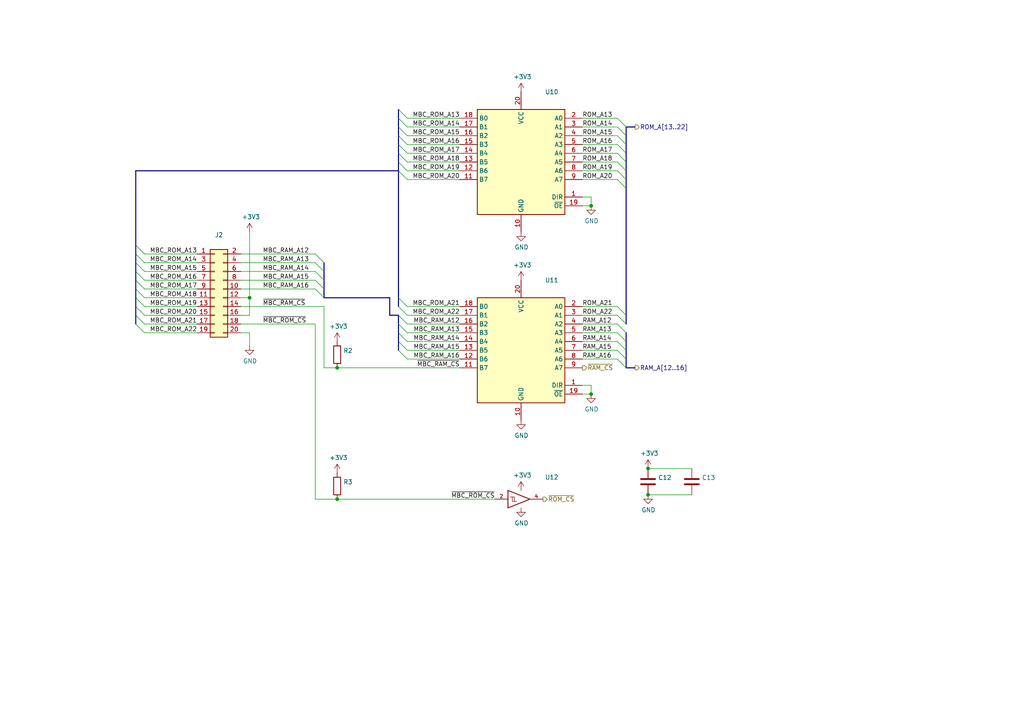
<source format=kicad_sch>
(kicad_sch (version 20211123) (generator eeschema)
  (paper "A4")
  (title_block (title "GB-MBCTEST") (rev "v1.1") (company "https://gekkio.fi"))
  (lib_symbols
    (symbol "74xGxx:74LVC1G17" (pin_names (offset 1.016))
      (property "Reference" "U" (at -2.54 3.81 0))
      (property "Value" "74LVC1G17" (at 0 -3.81 0))
      (symbol "74LVC1G17_0_1"
        (polyline (pts (xy -2.54 0.635) (xy -1.905 0.635) (xy -1.905 -0.635)))
        (polyline (pts (xy -3.81 2.54) (xy -3.81 -2.54) (xy 2.54 0) (xy -3.81 2.54)) (stroke (width 0.254)))
        (polyline (pts (xy -3.175 0.635) (xy -2.54 0.635) (xy -2.54 -0.635) (xy -1.27 -0.635)))
      )
      (symbol "74LVC1G17_1_1"
        (pin input line (at -7.62 0 0) (length 3.81) (name "~") (number "2"))
        (pin power_in line (at 0 -2.54 270) (length 0) hide (name "GND") (number "3"))
        (pin output line (at 6.35 0 180) (length 3.81) (name "~") (number "4"))
        (pin power_in line (at 0 2.54 90) (length 0) hide (name "VCC") (number "5"))
      )
    )
    (symbol "Connector_Generic:Conn_02x10_Odd_Even" (pin_names (offset 1.016) hide)
      (property "Reference" "J" (at 1.27 12.7 0))
      (property "Value" "Conn_02x10_Odd_Even" (at 1.27 -15.24 0))
      (symbol "Conn_02x10_Odd_Even_1_1"
        (rectangle (start -1.27 -12.573) (end 0 -12.827) (stroke (width 0.1524)))
        (rectangle (start -1.27 -10.033) (end 0 -10.287) (stroke (width 0.1524)))
        (rectangle (start -1.27 -7.493) (end 0 -7.747) (stroke (width 0.1524)))
        (rectangle (start -1.27 -4.953) (end 0 -5.207) (stroke (width 0.1524)))
        (rectangle (start -1.27 -2.413) (end 0 -2.667) (stroke (width 0.1524)))
        (rectangle (start -1.27 0.127) (end 0 -0.127) (stroke (width 0.1524)))
        (rectangle (start -1.27 2.667) (end 0 2.413) (stroke (width 0.1524)))
        (rectangle (start -1.27 5.207) (end 0 4.953) (stroke (width 0.1524)))
        (rectangle (start -1.27 7.747) (end 0 7.493) (stroke (width 0.1524)))
        (rectangle (start -1.27 10.287) (end 0 10.033) (stroke (width 0.1524)))
        (rectangle (start -1.27 11.43) (end 3.81 -13.97) (stroke (width 0.254)) (fill (type background)))
        (rectangle (start 3.81 -12.573) (end 2.54 -12.827) (stroke (width 0.1524)))
        (rectangle (start 3.81 -10.033) (end 2.54 -10.287) (stroke (width 0.1524)))
        (rectangle (start 3.81 -7.493) (end 2.54 -7.747) (stroke (width 0.1524)))
        (rectangle (start 3.81 -4.953) (end 2.54 -5.207) (stroke (width 0.1524)))
        (rectangle (start 3.81 -2.413) (end 2.54 -2.667) (stroke (width 0.1524)))
        (rectangle (start 3.81 0.127) (end 2.54 -0.127) (stroke (width 0.1524)))
        (rectangle (start 3.81 2.667) (end 2.54 2.413) (stroke (width 0.1524)))
        (rectangle (start 3.81 5.207) (end 2.54 4.953) (stroke (width 0.1524)))
        (rectangle (start 3.81 7.747) (end 2.54 7.493) (stroke (width 0.1524)))
        (rectangle (start 3.81 10.287) (end 2.54 10.033) (stroke (width 0.1524)))
        (pin passive line (at -5.08 10.16 0) (length 3.81) (name "Pin_1") (number "1"))
        (pin passive line (at 7.62 0 180) (length 3.81) (name "Pin_10") (number "10"))
        (pin passive line (at -5.08 -2.54 0) (length 3.81) (name "Pin_11") (number "11"))
        (pin passive line (at 7.62 -2.54 180) (length 3.81) (name "Pin_12") (number "12"))
        (pin passive line (at -5.08 -5.08 0) (length 3.81) (name "Pin_13") (number "13"))
        (pin passive line (at 7.62 -5.08 180) (length 3.81) (name "Pin_14") (number "14"))
        (pin passive line (at -5.08 -7.62 0) (length 3.81) (name "Pin_15") (number "15"))
        (pin passive line (at 7.62 -7.62 180) (length 3.81) (name "Pin_16") (number "16"))
        (pin passive line (at -5.08 -10.16 0) (length 3.81) (name "Pin_17") (number "17"))
        (pin passive line (at 7.62 -10.16 180) (length 3.81) (name "Pin_18") (number "18"))
        (pin passive line (at -5.08 -12.7 0) (length 3.81) (name "Pin_19") (number "19"))
        (pin passive line (at 7.62 10.16 180) (length 3.81) (name "Pin_2") (number "2"))
        (pin passive line (at 7.62 -12.7 180) (length 3.81) (name "Pin_20") (number "20"))
        (pin passive line (at -5.08 7.62 0) (length 3.81) (name "Pin_3") (number "3"))
        (pin passive line (at 7.62 7.62 180) (length 3.81) (name "Pin_4") (number "4"))
        (pin passive line (at -5.08 5.08 0) (length 3.81) (name "Pin_5") (number "5"))
        (pin passive line (at 7.62 5.08 180) (length 3.81) (name "Pin_6") (number "6"))
        (pin passive line (at -5.08 2.54 0) (length 3.81) (name "Pin_7") (number "7"))
        (pin passive line (at 7.62 2.54 180) (length 3.81) (name "Pin_8") (number "8"))
        (pin passive line (at -5.08 0 0) (length 3.81) (name "Pin_9") (number "9"))
      )
    )
    (symbol "Device:C" (pin_numbers hide) (pin_names (offset 0.254))
      (property "Reference" "C" (at 0.635 2.54 0))
      (property "Value" "C" (at 0.635 -2.54 0))
      (symbol "C_0_1"
        (polyline (pts (xy -2.032 -0.762) (xy 2.032 -0.762)) (stroke (width 0.508)))
        (polyline (pts (xy -2.032 0.762) (xy 2.032 0.762)) (stroke (width 0.508)))
      )
      (symbol "C_1_1"
        (pin passive line (at 0 3.81 270) (length 2.794) (name "~") (number "1"))
        (pin passive line (at 0 -3.81 90) (length 2.794) (name "~") (number "2"))
      )
    )
    (symbol "Device:R" (pin_numbers hide) (pin_names (offset 0))
      (property "Reference" "R" (at 2.032 0 90))
      (property "Value" "R" (at 0 0 90))
      (symbol "R_0_1"
        (rectangle (start -1.016 -2.54) (end 1.016 2.54) (stroke (width 0.254)))
      )
      (symbol "R_1_1"
        (pin passive line (at 0 3.81 270) (length 1.27) (name "~") (number "1"))
        (pin passive line (at 0 -3.81 90) (length 1.27) (name "~") (number "2"))
      )
    )
    (symbol "Gekkio_74xx:74LVCH245APW"
      (property "Reference" "U" (at -12.7 16.51 0))
      (property "Value" "74LVCH245APW" (at 0 0 0))
      (symbol "74LVCH245APW_0_1"
        (rectangle (start -12.7 15.24) (end 12.7 -15.24) (stroke (width 0.254)) (fill (type background)))
      )
      (symbol "74LVCH245APW_1_1"
        (pin input line (at -17.78 -10.16 0) (length 5.08) (name "DIR") (number "1"))
        (pin power_in line (at 0 -20.32 90) (length 5.08) (name "GND") (number "10"))
        (pin bidirectional line (at 17.78 -5.08 180) (length 5.08) (name "B7") (number "11"))
        (pin bidirectional line (at 17.78 -2.54 180) (length 5.08) (name "B6") (number "12"))
        (pin bidirectional line (at 17.78 0 180) (length 5.08) (name "B5") (number "13"))
        (pin bidirectional line (at 17.78 2.54 180) (length 5.08) (name "B4") (number "14"))
        (pin bidirectional line (at 17.78 5.08 180) (length 5.08) (name "B3") (number "15"))
        (pin bidirectional line (at 17.78 7.62 180) (length 5.08) (name "B2") (number "16"))
        (pin bidirectional line (at 17.78 10.16 180) (length 5.08) (name "B1") (number "17"))
        (pin bidirectional line (at 17.78 12.7 180) (length 5.08) (name "B0") (number "18"))
        (pin input line (at -17.78 -12.7 0) (length 5.08) (name "~{OE}") (number "19"))
        (pin bidirectional line (at -17.78 12.7 0) (length 5.08) (name "A0") (number "2"))
        (pin power_in line (at 0 20.32 270) (length 5.08) (name "VCC") (number "20"))
        (pin bidirectional line (at -17.78 10.16 0) (length 5.08) (name "A1") (number "3"))
        (pin bidirectional line (at -17.78 7.62 0) (length 5.08) (name "A2") (number "4"))
        (pin bidirectional line (at -17.78 5.08 0) (length 5.08) (name "A3") (number "5"))
        (pin bidirectional line (at -17.78 2.54 0) (length 5.08) (name "A4") (number "6"))
        (pin bidirectional line (at -17.78 0 0) (length 5.08) (name "A5") (number "7"))
        (pin bidirectional line (at -17.78 -2.54 0) (length 5.08) (name "A6") (number "8"))
        (pin bidirectional line (at -17.78 -5.08 0) (length 5.08) (name "A7") (number "9"))
      )
    )
    (symbol "power:+3V3" (power) (pin_names (offset 0))
      (property "Value" "+3V3" (at 0 3.556 0))
      (symbol "+3V3_0_1"
        (polyline (pts (xy -0.762 1.27) (xy 0 2.54)))
        (polyline (pts (xy 0 0) (xy 0 2.54)))
        (polyline (pts (xy 0 2.54) (xy 0.762 1.27)))
      )
      (symbol "+3V3_1_1"
        (pin power_in line (at 0 0 90) (length 0) hide (name "+3V3") (number "1"))
      )
    )
    (symbol "power:GND" (power) (pin_names (offset 0))
      (property "Value" "GND" (at 0 -3.81 0))
      (symbol "GND_0_1"
        (polyline (pts (xy 0 0) (xy 0 -1.27) (xy 1.27 -1.27) (xy 0 -2.54) (xy -1.27 -1.27) (xy 0 -1.27)))
      )
      (symbol "GND_1_1"
        (pin power_in line (at 0 0 270) (length 0) hide (name "GND") (number "1"))
      )
    )
  )
  (junction (at 97.79 144.78))
  (junction (at 97.79 106.68))
  (junction (at 72.39 86.36))
  (junction (at 187.96 143.51))
  (junction (at 171.45 59.69))
  (junction (at 187.96 135.89))
  (junction (at 171.45 114.3))
  (bus_entry (at 115.57 91.44) (size 2.54 2.54))
  (bus_entry (at 179.07 99.06) (size 2.54 2.54))
  (bus_entry (at 91.44 83.82) (size 2.54 2.54))
  (bus_entry (at 179.07 91.44) (size 2.54 2.54))
  (bus_entry (at 91.44 81.28) (size 2.54 2.54))
  (bus_entry (at 179.07 101.6) (size 2.54 2.54))
  (bus_entry (at 39.37 93.98) (size 2.54 2.54))
  (bus_entry (at 39.37 88.9) (size 2.54 2.54))
  (bus_entry (at 39.37 83.82) (size 2.54 2.54))
  (bus_entry (at 39.37 78.74) (size 2.54 2.54))
  (bus_entry (at 115.57 31.75) (size 2.54 2.54))
  (bus_entry (at 179.07 52.07) (size 2.54 2.54))
  (bus_entry (at 179.07 36.83) (size 2.54 2.54))
  (bus_entry (at 115.57 101.6) (size 2.54 2.54))
  (bus_entry (at 115.57 96.52) (size 2.54 2.54))
  (bus_entry (at 179.07 96.52) (size 2.54 2.54))
  (bus_entry (at 115.57 34.29) (size 2.54 2.54))
  (bus_entry (at 115.57 39.37) (size 2.54 2.54))
  (bus_entry (at 115.57 49.53) (size 2.54 2.54))
  (bus_entry (at 179.07 49.53) (size 2.54 2.54))
  (bus_entry (at 115.57 44.45) (size 2.54 2.54))
  (bus_entry (at 115.57 93.98) (size 2.54 2.54))
  (bus_entry (at 39.37 76.2) (size 2.54 2.54))
  (bus_entry (at 39.37 73.66) (size 2.54 2.54))
  (bus_entry (at 39.37 81.28) (size 2.54 2.54))
  (bus_entry (at 179.07 39.37) (size 2.54 2.54))
  (bus_entry (at 179.07 104.14) (size 2.54 2.54))
  (bus_entry (at 115.57 41.91) (size 2.54 2.54))
  (bus_entry (at 179.07 46.99) (size 2.54 2.54))
  (bus_entry (at 91.44 73.66) (size 2.54 2.54))
  (bus_entry (at 39.37 91.44) (size 2.54 2.54))
  (bus_entry (at 179.07 44.45) (size 2.54 2.54))
  (bus_entry (at 39.37 71.12) (size 2.54 2.54))
  (bus_entry (at 115.57 88.9) (size 2.54 2.54))
  (bus_entry (at 91.44 78.74) (size 2.54 2.54))
  (bus_entry (at 115.57 36.83) (size 2.54 2.54))
  (bus_entry (at 179.07 93.98) (size 2.54 2.54))
  (bus_entry (at 39.37 86.36) (size 2.54 2.54))
  (bus_entry (at 179.07 34.29) (size 2.54 2.54))
  (bus_entry (at 115.57 99.06) (size 2.54 2.54))
  (bus_entry (at 115.57 86.36) (size 2.54 2.54))
  (bus_entry (at 179.07 41.91) (size 2.54 2.54))
  (bus_entry (at 91.44 76.2) (size 2.54 2.54))
  (bus_entry (at 179.07 88.9) (size 2.54 2.54))
  (bus_entry (at 115.57 46.99) (size 2.54 2.54))
  (bus (pts (xy 115.57 34.29) (xy 115.57 36.83)))
  (wire (pts (xy 118.11 91.44) (xy 133.35 91.44)))
  (bus (pts (xy 181.61 104.14) (xy 181.61 106.68)))
  (wire (pts (xy 168.91 99.06) (xy 179.07 99.06)))
  (wire (pts (xy 171.45 111.76) (xy 171.45 114.3)))
  (bus (pts (xy 39.37 83.82) (xy 39.37 86.36)))
  (wire (pts (xy 118.11 34.29) (xy 133.35 34.29)))
  (bus (pts (xy 115.57 86.36) (xy 115.57 88.9)))
  (bus (pts (xy 115.57 31.75) (xy 115.57 34.29)))
  (bus (pts (xy 181.61 101.6) (xy 181.61 104.14)))
  (wire (pts (xy 97.79 106.68) (xy 93.98 106.68)))
  (wire (pts (xy 118.11 46.99) (xy 133.35 46.99)))
  (wire (pts (xy 41.91 86.36) (xy 57.15 86.36)))
  (wire (pts (xy 118.11 104.14) (xy 133.35 104.14)))
  (bus (pts (xy 39.37 76.2) (xy 39.37 78.74)))
  (wire (pts (xy 93.98 106.68) (xy 93.98 88.9)))
  (wire (pts (xy 69.85 93.98) (xy 91.44 93.98)))
  (wire (pts (xy 168.91 41.91) (xy 179.07 41.91)))
  (wire (pts (xy 168.91 114.3) (xy 171.45 114.3)))
  (wire (pts (xy 168.91 59.69) (xy 171.45 59.69)))
  (wire (pts (xy 41.91 83.82) (xy 57.15 83.82)))
  (bus (pts (xy 93.98 81.28) (xy 93.98 83.82)))
  (bus (pts (xy 113.03 86.36) (xy 113.03 91.44)))
  (bus (pts (xy 39.37 78.74) (xy 39.37 81.28)))
  (wire (pts (xy 168.91 111.76) (xy 171.45 111.76)))
  (bus (pts (xy 181.61 49.53) (xy 181.61 52.07)))
  (bus (pts (xy 113.03 91.44) (xy 115.57 91.44)))
  (bus (pts (xy 181.61 54.61) (xy 181.61 91.44)))
  (wire (pts (xy 118.11 99.06) (xy 133.35 99.06)))
  (bus (pts (xy 184.15 36.83) (xy 181.61 36.83)))
  (wire (pts (xy 118.11 49.53) (xy 133.35 49.53)))
  (wire (pts (xy 118.11 36.83) (xy 133.35 36.83)))
  (bus (pts (xy 39.37 49.53) (xy 39.37 71.12)))
  (wire (pts (xy 133.35 106.68) (xy 97.79 106.68)))
  (wire (pts (xy 168.91 39.37) (xy 179.07 39.37)))
  (bus (pts (xy 39.37 88.9) (xy 39.37 91.44)))
  (wire (pts (xy 168.91 36.83) (xy 179.07 36.83)))
  (wire (pts (xy 118.11 101.6) (xy 133.35 101.6)))
  (wire (pts (xy 91.44 93.98) (xy 91.44 144.78)))
  (wire (pts (xy 118.11 52.07) (xy 133.35 52.07)))
  (wire (pts (xy 168.91 96.52) (xy 179.07 96.52)))
  (wire (pts (xy 118.11 93.98) (xy 133.35 93.98)))
  (wire (pts (xy 118.11 39.37) (xy 133.35 39.37)))
  (bus (pts (xy 181.61 52.07) (xy 181.61 54.61)))
  (bus (pts (xy 181.61 46.99) (xy 181.61 49.53)))
  (wire (pts (xy 179.07 88.9) (xy 168.91 88.9)))
  (bus (pts (xy 39.37 73.66) (xy 39.37 76.2)))
  (wire (pts (xy 72.39 91.44) (xy 72.39 86.36)))
  (bus (pts (xy 93.98 78.74) (xy 93.98 81.28)))
  (wire (pts (xy 168.91 49.53) (xy 179.07 49.53)))
  (bus (pts (xy 181.61 91.44) (xy 181.61 93.98)))
  (wire (pts (xy 72.39 96.52) (xy 72.39 100.33)))
  (wire (pts (xy 69.85 91.44) (xy 72.39 91.44)))
  (bus (pts (xy 115.57 49.53) (xy 115.57 86.36)))
  (wire (pts (xy 41.91 91.44) (xy 57.15 91.44)))
  (bus (pts (xy 181.61 44.45) (xy 181.61 46.99)))
  (bus (pts (xy 39.37 86.36) (xy 39.37 88.9)))
  (bus (pts (xy 93.98 83.82) (xy 93.98 86.36)))
  (bus (pts (xy 39.37 91.44) (xy 39.37 93.98)))
  (wire (pts (xy 69.85 83.82) (xy 91.44 83.82)))
  (wire (pts (xy 168.91 57.15) (xy 171.45 57.15)))
  (bus (pts (xy 115.57 44.45) (xy 115.57 46.99)))
  (wire (pts (xy 168.91 46.99) (xy 179.07 46.99)))
  (bus (pts (xy 181.61 39.37) (xy 181.61 41.91)))
  (bus (pts (xy 115.57 41.91) (xy 115.57 44.45)))
  (wire (pts (xy 69.85 76.2) (xy 91.44 76.2)))
  (wire (pts (xy 69.85 78.74) (xy 91.44 78.74)))
  (wire (pts (xy 168.91 101.6) (xy 179.07 101.6)))
  (wire (pts (xy 41.91 88.9) (xy 57.15 88.9)))
  (wire (pts (xy 168.91 104.14) (xy 179.07 104.14)))
  (bus (pts (xy 39.37 81.28) (xy 39.37 83.82)))
  (wire (pts (xy 69.85 73.66) (xy 91.44 73.66)))
  (wire (pts (xy 91.44 144.78) (xy 97.79 144.78)))
  (bus (pts (xy 115.57 39.37) (xy 115.57 41.91)))
  (wire (pts (xy 69.85 81.28) (xy 91.44 81.28)))
  (wire (pts (xy 168.91 52.07) (xy 179.07 52.07)))
  (wire (pts (xy 118.11 96.52) (xy 133.35 96.52)))
  (wire (pts (xy 118.11 44.45) (xy 133.35 44.45)))
  (wire (pts (xy 168.91 93.98) (xy 179.07 93.98)))
  (bus (pts (xy 115.57 49.53) (xy 39.37 49.53)))
  (wire (pts (xy 179.07 91.44) (xy 168.91 91.44)))
  (bus (pts (xy 93.98 86.36) (xy 113.03 86.36)))
  (wire (pts (xy 41.91 96.52) (xy 57.15 96.52)))
  (wire (pts (xy 41.91 73.66) (xy 57.15 73.66)))
  (wire (pts (xy 41.91 78.74) (xy 57.15 78.74)))
  (bus (pts (xy 115.57 96.52) (xy 115.57 99.06)))
  (wire (pts (xy 168.91 34.29) (xy 179.07 34.29)))
  (wire (pts (xy 69.85 88.9) (xy 93.98 88.9)))
  (bus (pts (xy 115.57 36.83) (xy 115.57 39.37)))
  (wire (pts (xy 72.39 86.36) (xy 72.39 67.31)))
  (wire (pts (xy 171.45 57.15) (xy 171.45 59.69)))
  (bus (pts (xy 115.57 99.06) (xy 115.57 101.6)))
  (bus (pts (xy 181.61 99.06) (xy 181.61 101.6)))
  (wire (pts (xy 200.66 135.89) (xy 187.96 135.89)))
  (bus (pts (xy 181.61 41.91) (xy 181.61 44.45)))
  (bus (pts (xy 115.57 46.99) (xy 115.57 49.53)))
  (bus (pts (xy 181.61 96.52) (xy 181.61 99.06)))
  (bus (pts (xy 93.98 76.2) (xy 93.98 78.74)))
  (bus (pts (xy 181.61 36.83) (xy 181.61 39.37)))
  (bus (pts (xy 115.57 91.44) (xy 115.57 93.98)))
  (wire (pts (xy 41.91 81.28) (xy 57.15 81.28)))
  (wire (pts (xy 69.85 96.52) (xy 72.39 96.52)))
  (wire (pts (xy 187.96 143.51) (xy 200.66 143.51)))
  (bus (pts (xy 184.15 106.68) (xy 181.61 106.68)))
  (wire (pts (xy 97.79 144.78) (xy 143.51 144.78)))
  (bus (pts (xy 115.57 93.98) (xy 115.57 96.52)))
  (wire (pts (xy 41.91 76.2) (xy 57.15 76.2)))
  (wire (pts (xy 69.85 86.36) (xy 72.39 86.36)))
  (wire (pts (xy 168.91 44.45) (xy 179.07 44.45)))
  (wire (pts (xy 41.91 93.98) (xy 57.15 93.98)))
  (wire (pts (xy 118.11 88.9) (xy 133.35 88.9)))
  (wire (pts (xy 118.11 41.91) (xy 133.35 41.91)))
  (bus (pts (xy 39.37 71.12) (xy 39.37 73.66)))
  (label "MBC_ROM_A15" (at 133.35 39.37 180))
  (label "MBC_RAM_A16" (at 76.2 83.82 0))
  (label "MBC_ROM_A19" (at 57.15 88.9 180))
  (label "ROM_A18" (at 168.91 46.99 0))
  (label "MBC_ROM_A17" (at 57.15 83.82 180))
  (label "MBC_ROM_A17" (at 133.35 44.45 180))
  (label "ROM_A21" (at 168.91 88.9 0))
  (label "MBC_RAM_A12" (at 76.2 73.66 0))
  (label "MBC_ROM_A20" (at 133.35 52.07 180))
  (label "~{MBC_RAM_CS}" (at 76.2 88.9 0))
  (label "MBC_RAM_A14" (at 76.2 78.74 0))
  (label "~{MBC_RAM_CS}" (at 133.35 106.68 180))
  (label "ROM_A14" (at 168.91 36.83 0))
  (label "MBC_RAM_A16" (at 133.35 104.14 180))
  (label "MBC_ROM_A14" (at 57.15 76.2 180))
  (label "ROM_A16" (at 168.91 41.91 0))
  (label "ROM_A22" (at 168.91 91.44 0))
  (label "ROM_A15" (at 168.91 39.37 0))
  (label "RAM_A15" (at 168.91 101.6 0))
  (label "~{MBC_ROM_CS}" (at 143.51 144.78 180))
  (label "ROM_A20" (at 168.91 52.07 0))
  (label "MBC_ROM_A19" (at 133.35 49.53 180))
  (label "MBC_ROM_A15" (at 57.15 78.74 180))
  (label "MBC_RAM_A15" (at 133.35 101.6 180))
  (label "MBC_ROM_A16" (at 133.35 41.91 180))
  (label "ROM_A13" (at 168.91 34.29 0))
  (label "RAM_A13" (at 168.91 96.52 0))
  (label "RAM_A16" (at 168.91 104.14 0))
  (label "MBC_ROM_A21" (at 57.15 93.98 180))
  (label "MBC_RAM_A14" (at 133.35 99.06 180))
  (label "MBC_ROM_A22" (at 133.35 91.44 180))
  (label "MBC_ROM_A21" (at 133.35 88.9 180))
  (label "MBC_RAM_A12" (at 133.35 93.98 180))
  (label "~{MBC_ROM_CS}" (at 76.2 93.98 0))
  (label "MBC_ROM_A14" (at 133.35 36.83 180))
  (label "MBC_RAM_A13" (at 133.35 96.52 180))
  (label "MBC_ROM_A13" (at 57.15 73.66 180))
  (label "MBC_ROM_A16" (at 57.15 81.28 180))
  (label "RAM_A14" (at 168.91 99.06 0))
  (label "RAM_A12" (at 168.91 93.98 0))
  (label "MBC_ROM_A18" (at 57.15 86.36 180))
  (label "MBC_ROM_A13" (at 133.35 34.29 180))
  (label "ROM_A19" (at 168.91 49.53 0))
  (label "MBC_ROM_A22" (at 57.15 96.52 180))
  (label "MBC_RAM_A13" (at 76.2 76.2 0))
  (label "MBC_ROM_A18" (at 133.35 46.99 180))
  (label "ROM_A17" (at 168.91 44.45 0))
  (label "MBC_RAM_A15" (at 76.2 81.28 0))
  (label "MBC_ROM_A20" (at 57.15 91.44 180))
  (hierarchical_label "RAM_A[12..16]" (shape output) (at 184.15 106.68 0))
  (hierarchical_label "ROM_A[13..22]" (shape output) (at 184.15 36.83 0))
  (hierarchical_label "~{ROM_CS}" (shape output) (at 157.48 144.78 0))
  (hierarchical_label "~{RAM_CS}" (shape output) (at 168.91 106.68 0))
  (symbol (lib_id "Gekkio_74xx:74LVCH245APW") (at 151.13 46.99 0) (mirror y) (unit 1)
    (property "Reference" "U10" (at 160.02 26.67 0))
    (property "Datasheet" "https://assets.nexperia.com/documents/data-sheet/74LVC_LVCH245A.pdf" (effects hide))
  )
  (symbol (lib_id "Gekkio_74xx:74LVCH245APW") (at 151.13 101.6 0) (mirror y) (unit 1)
    (property "Reference" "U11" (at 160.02 81.28 0))
    (property "Datasheet" "https://assets.nexperia.com/documents/data-sheet/74LVC_LVCH245A.pdf" (effects hide))
  )
  (symbol (lib_id "power:GND") (at 171.45 59.69 0) (unit 1)
    (property "Reference" "#PWR047" (effects hide))
  )
  (symbol (lib_id "power:GND") (at 171.45 114.3 0) (unit 1)
    (property "Reference" "#PWR048" (effects hide))
  )
  (symbol (lib_id "power:GND") (at 151.13 67.31 0) (unit 1)
    (property "Reference" "#PWR042" (effects hide))
  )
  (symbol (lib_id "power:GND") (at 151.13 121.92 0) (unit 1)
    (property "Reference" "#PWR044" (effects hide))
  )
  (symbol (lib_id "74xGxx:74LVC1G17") (at 151.13 144.78 0) (unit 1)
    (property "Reference" "U12" (at 160.02 138.43 0))
    (property "Datasheet" "http://www.ti.com/lit/sg/scyt129e/scyt129e.pdf" (effects hide))
  )
  (symbol (lib_id "power:GND") (at 151.13 147.32 0) (unit 1)
    (property "Reference" "#PWR046" (effects hide))
  )
  (symbol (lib_id "power:+3V3") (at 151.13 142.24 0) (unit 1)
    (property "Reference" "#PWR045" (effects hide))
  )
  (symbol (lib_id "power:+3V3") (at 151.13 81.28 0) (unit 1)
    (property "Reference" "#PWR043" (effects hide))
  )
  (symbol (lib_id "power:+3V3") (at 151.13 26.67 0) (unit 1)
    (property "Reference" "#PWR041" (effects hide))
  )
  (symbol (lib_id "Connector_Generic:Conn_02x10_Odd_Even") (at 62.23 83.82 0) (unit 1)
    (property "Reference" "J2" (at 63.5 68.1482 0))
  )
  (symbol (lib_id "power:GND") (at 72.39 100.33 0) (unit 1)
    (property "Reference" "#PWR039" (effects hide))
  )
  (symbol (lib_id "Device:C") (at 187.96 139.7 0) (unit 1)
    (property "Reference" "C12" (at 190.881 138.5316 0) (effects (justify left)))
  )
  (symbol (lib_id "Device:C") (at 200.66 139.7 0) (unit 1)
    (property "Reference" "C13" (at 203.581 138.5316 0) (effects (justify left)))
  )
  (symbol (lib_id "power:GND") (at 187.96 143.51 0) (unit 1)
    (property "Reference" "#PWR050" (effects hide))
  )
  (symbol (lib_id "power:+3V3") (at 187.96 135.89 0) (unit 1)
    (property "Reference" "#PWR049" (effects hide))
  )
  (symbol (lib_id "Device:R") (at 97.79 102.87 0) (unit 1)
    (property "Reference" "R2" (at 99.568 101.7016 0) (effects (justify left)))
  )
  (symbol (lib_id "Device:R") (at 97.79 140.97 0) (unit 1)
    (property "Reference" "R3" (at 99.568 139.8016 0) (effects (justify left)))
  )
  (symbol (lib_id "power:+3V3") (at 97.79 137.16 0) (unit 1)
    (property "Reference" "#PWR051" (effects hide))
  )
  (symbol (lib_id "power:+3V3") (at 97.79 99.06 0) (unit 1)
    (property "Reference" "#PWR040" (effects hide))
  )
  (symbol (lib_id "power:+3V3") (at 72.39 67.31 0) (unit 1)
    (property "Reference" "#PWR053" (effects hide))
  )
)
</source>
